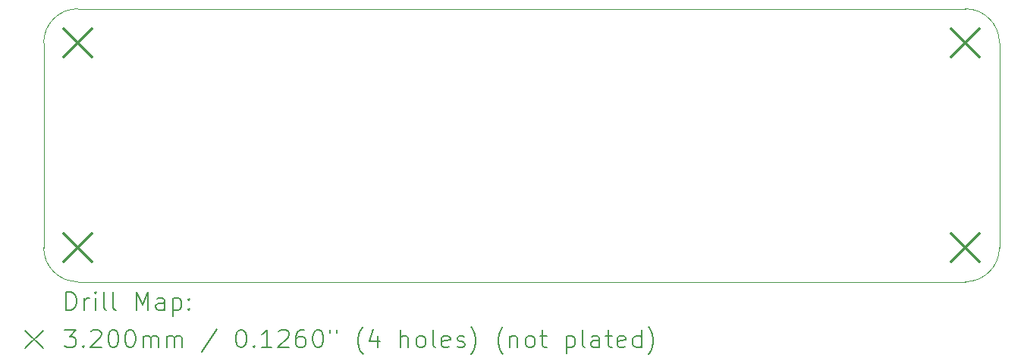
<source format=gbr>
%FSLAX45Y45*%
G04 Gerber Fmt 4.5, Leading zero omitted, Abs format (unit mm)*
G04 Created by KiCad (PCBNEW (6.0.0)) date 2022-03-13 21:01:22*
%MOMM*%
%LPD*%
G01*
G04 APERTURE LIST*
%TA.AperFunction,Profile*%
%ADD10C,0.100000*%
%TD*%
%ADD11C,0.200000*%
%ADD12C,0.320000*%
G04 APERTURE END LIST*
D10*
X8509000Y-4699000D02*
G75*
G03*
X8890000Y-5080000I381000J0D01*
G01*
X18796000Y-5080000D02*
X8890000Y-5080000D01*
X8890000Y-2032000D02*
X18796000Y-2032000D01*
X8890000Y-2032000D02*
G75*
G03*
X8509000Y-2413000I0J-381000D01*
G01*
X18796000Y-5080000D02*
G75*
G03*
X19177000Y-4699000I0J381000D01*
G01*
X19177000Y-2413000D02*
G75*
G03*
X18796000Y-2032000I-381000J0D01*
G01*
X19177000Y-2413000D02*
X19177000Y-4699000D01*
X8509000Y-4699000D02*
X8509000Y-2413000D01*
D11*
D12*
X8730000Y-2253000D02*
X9050000Y-2573000D01*
X9050000Y-2253000D02*
X8730000Y-2573000D01*
X8730000Y-4539000D02*
X9050000Y-4859000D01*
X9050000Y-4539000D02*
X8730000Y-4859000D01*
X18636000Y-2253000D02*
X18956000Y-2573000D01*
X18956000Y-2253000D02*
X18636000Y-2573000D01*
X18636000Y-4539000D02*
X18956000Y-4859000D01*
X18956000Y-4539000D02*
X18636000Y-4859000D01*
D11*
X8761619Y-5395476D02*
X8761619Y-5195476D01*
X8809238Y-5195476D01*
X8837810Y-5205000D01*
X8856857Y-5224048D01*
X8866381Y-5243095D01*
X8875905Y-5281190D01*
X8875905Y-5309762D01*
X8866381Y-5347857D01*
X8856857Y-5366905D01*
X8837810Y-5385952D01*
X8809238Y-5395476D01*
X8761619Y-5395476D01*
X8961619Y-5395476D02*
X8961619Y-5262143D01*
X8961619Y-5300238D02*
X8971143Y-5281190D01*
X8980667Y-5271667D01*
X8999714Y-5262143D01*
X9018762Y-5262143D01*
X9085429Y-5395476D02*
X9085429Y-5262143D01*
X9085429Y-5195476D02*
X9075905Y-5205000D01*
X9085429Y-5214524D01*
X9094952Y-5205000D01*
X9085429Y-5195476D01*
X9085429Y-5214524D01*
X9209238Y-5395476D02*
X9190190Y-5385952D01*
X9180667Y-5366905D01*
X9180667Y-5195476D01*
X9314000Y-5395476D02*
X9294952Y-5385952D01*
X9285429Y-5366905D01*
X9285429Y-5195476D01*
X9542571Y-5395476D02*
X9542571Y-5195476D01*
X9609238Y-5338333D01*
X9675905Y-5195476D01*
X9675905Y-5395476D01*
X9856857Y-5395476D02*
X9856857Y-5290714D01*
X9847333Y-5271667D01*
X9828286Y-5262143D01*
X9790190Y-5262143D01*
X9771143Y-5271667D01*
X9856857Y-5385952D02*
X9837810Y-5395476D01*
X9790190Y-5395476D01*
X9771143Y-5385952D01*
X9761619Y-5366905D01*
X9761619Y-5347857D01*
X9771143Y-5328810D01*
X9790190Y-5319286D01*
X9837810Y-5319286D01*
X9856857Y-5309762D01*
X9952095Y-5262143D02*
X9952095Y-5462143D01*
X9952095Y-5271667D02*
X9971143Y-5262143D01*
X10009238Y-5262143D01*
X10028286Y-5271667D01*
X10037810Y-5281190D01*
X10047333Y-5300238D01*
X10047333Y-5357381D01*
X10037810Y-5376429D01*
X10028286Y-5385952D01*
X10009238Y-5395476D01*
X9971143Y-5395476D01*
X9952095Y-5385952D01*
X10133048Y-5376429D02*
X10142571Y-5385952D01*
X10133048Y-5395476D01*
X10123524Y-5385952D01*
X10133048Y-5376429D01*
X10133048Y-5395476D01*
X10133048Y-5271667D02*
X10142571Y-5281190D01*
X10133048Y-5290714D01*
X10123524Y-5281190D01*
X10133048Y-5271667D01*
X10133048Y-5290714D01*
X8304000Y-5625000D02*
X8504000Y-5825000D01*
X8504000Y-5625000D02*
X8304000Y-5825000D01*
X8742571Y-5615476D02*
X8866381Y-5615476D01*
X8799714Y-5691667D01*
X8828286Y-5691667D01*
X8847333Y-5701190D01*
X8856857Y-5710714D01*
X8866381Y-5729762D01*
X8866381Y-5777381D01*
X8856857Y-5796428D01*
X8847333Y-5805952D01*
X8828286Y-5815476D01*
X8771143Y-5815476D01*
X8752095Y-5805952D01*
X8742571Y-5796428D01*
X8952095Y-5796428D02*
X8961619Y-5805952D01*
X8952095Y-5815476D01*
X8942571Y-5805952D01*
X8952095Y-5796428D01*
X8952095Y-5815476D01*
X9037810Y-5634524D02*
X9047333Y-5625000D01*
X9066381Y-5615476D01*
X9114000Y-5615476D01*
X9133048Y-5625000D01*
X9142571Y-5634524D01*
X9152095Y-5653571D01*
X9152095Y-5672619D01*
X9142571Y-5701190D01*
X9028286Y-5815476D01*
X9152095Y-5815476D01*
X9275905Y-5615476D02*
X9294952Y-5615476D01*
X9314000Y-5625000D01*
X9323524Y-5634524D01*
X9333048Y-5653571D01*
X9342571Y-5691667D01*
X9342571Y-5739286D01*
X9333048Y-5777381D01*
X9323524Y-5796428D01*
X9314000Y-5805952D01*
X9294952Y-5815476D01*
X9275905Y-5815476D01*
X9256857Y-5805952D01*
X9247333Y-5796428D01*
X9237810Y-5777381D01*
X9228286Y-5739286D01*
X9228286Y-5691667D01*
X9237810Y-5653571D01*
X9247333Y-5634524D01*
X9256857Y-5625000D01*
X9275905Y-5615476D01*
X9466381Y-5615476D02*
X9485429Y-5615476D01*
X9504476Y-5625000D01*
X9514000Y-5634524D01*
X9523524Y-5653571D01*
X9533048Y-5691667D01*
X9533048Y-5739286D01*
X9523524Y-5777381D01*
X9514000Y-5796428D01*
X9504476Y-5805952D01*
X9485429Y-5815476D01*
X9466381Y-5815476D01*
X9447333Y-5805952D01*
X9437810Y-5796428D01*
X9428286Y-5777381D01*
X9418762Y-5739286D01*
X9418762Y-5691667D01*
X9428286Y-5653571D01*
X9437810Y-5634524D01*
X9447333Y-5625000D01*
X9466381Y-5615476D01*
X9618762Y-5815476D02*
X9618762Y-5682143D01*
X9618762Y-5701190D02*
X9628286Y-5691667D01*
X9647333Y-5682143D01*
X9675905Y-5682143D01*
X9694952Y-5691667D01*
X9704476Y-5710714D01*
X9704476Y-5815476D01*
X9704476Y-5710714D02*
X9714000Y-5691667D01*
X9733048Y-5682143D01*
X9761619Y-5682143D01*
X9780667Y-5691667D01*
X9790190Y-5710714D01*
X9790190Y-5815476D01*
X9885429Y-5815476D02*
X9885429Y-5682143D01*
X9885429Y-5701190D02*
X9894952Y-5691667D01*
X9914000Y-5682143D01*
X9942571Y-5682143D01*
X9961619Y-5691667D01*
X9971143Y-5710714D01*
X9971143Y-5815476D01*
X9971143Y-5710714D02*
X9980667Y-5691667D01*
X9999714Y-5682143D01*
X10028286Y-5682143D01*
X10047333Y-5691667D01*
X10056857Y-5710714D01*
X10056857Y-5815476D01*
X10447333Y-5605952D02*
X10275905Y-5863095D01*
X10704476Y-5615476D02*
X10723524Y-5615476D01*
X10742571Y-5625000D01*
X10752095Y-5634524D01*
X10761619Y-5653571D01*
X10771143Y-5691667D01*
X10771143Y-5739286D01*
X10761619Y-5777381D01*
X10752095Y-5796428D01*
X10742571Y-5805952D01*
X10723524Y-5815476D01*
X10704476Y-5815476D01*
X10685429Y-5805952D01*
X10675905Y-5796428D01*
X10666381Y-5777381D01*
X10656857Y-5739286D01*
X10656857Y-5691667D01*
X10666381Y-5653571D01*
X10675905Y-5634524D01*
X10685429Y-5625000D01*
X10704476Y-5615476D01*
X10856857Y-5796428D02*
X10866381Y-5805952D01*
X10856857Y-5815476D01*
X10847333Y-5805952D01*
X10856857Y-5796428D01*
X10856857Y-5815476D01*
X11056857Y-5815476D02*
X10942571Y-5815476D01*
X10999714Y-5815476D02*
X10999714Y-5615476D01*
X10980667Y-5644048D01*
X10961619Y-5663095D01*
X10942571Y-5672619D01*
X11133048Y-5634524D02*
X11142571Y-5625000D01*
X11161619Y-5615476D01*
X11209238Y-5615476D01*
X11228286Y-5625000D01*
X11237809Y-5634524D01*
X11247333Y-5653571D01*
X11247333Y-5672619D01*
X11237809Y-5701190D01*
X11123524Y-5815476D01*
X11247333Y-5815476D01*
X11418762Y-5615476D02*
X11380667Y-5615476D01*
X11361619Y-5625000D01*
X11352095Y-5634524D01*
X11333048Y-5663095D01*
X11323524Y-5701190D01*
X11323524Y-5777381D01*
X11333048Y-5796428D01*
X11342571Y-5805952D01*
X11361619Y-5815476D01*
X11399714Y-5815476D01*
X11418762Y-5805952D01*
X11428286Y-5796428D01*
X11437809Y-5777381D01*
X11437809Y-5729762D01*
X11428286Y-5710714D01*
X11418762Y-5701190D01*
X11399714Y-5691667D01*
X11361619Y-5691667D01*
X11342571Y-5701190D01*
X11333048Y-5710714D01*
X11323524Y-5729762D01*
X11561619Y-5615476D02*
X11580667Y-5615476D01*
X11599714Y-5625000D01*
X11609238Y-5634524D01*
X11618762Y-5653571D01*
X11628286Y-5691667D01*
X11628286Y-5739286D01*
X11618762Y-5777381D01*
X11609238Y-5796428D01*
X11599714Y-5805952D01*
X11580667Y-5815476D01*
X11561619Y-5815476D01*
X11542571Y-5805952D01*
X11533048Y-5796428D01*
X11523524Y-5777381D01*
X11514000Y-5739286D01*
X11514000Y-5691667D01*
X11523524Y-5653571D01*
X11533048Y-5634524D01*
X11542571Y-5625000D01*
X11561619Y-5615476D01*
X11704476Y-5615476D02*
X11704476Y-5653571D01*
X11780667Y-5615476D02*
X11780667Y-5653571D01*
X12075905Y-5891667D02*
X12066381Y-5882143D01*
X12047333Y-5853571D01*
X12037809Y-5834524D01*
X12028286Y-5805952D01*
X12018762Y-5758333D01*
X12018762Y-5720238D01*
X12028286Y-5672619D01*
X12037809Y-5644048D01*
X12047333Y-5625000D01*
X12066381Y-5596428D01*
X12075905Y-5586905D01*
X12237809Y-5682143D02*
X12237809Y-5815476D01*
X12190190Y-5605952D02*
X12142571Y-5748809D01*
X12266381Y-5748809D01*
X12494952Y-5815476D02*
X12494952Y-5615476D01*
X12580667Y-5815476D02*
X12580667Y-5710714D01*
X12571143Y-5691667D01*
X12552095Y-5682143D01*
X12523524Y-5682143D01*
X12504476Y-5691667D01*
X12494952Y-5701190D01*
X12704476Y-5815476D02*
X12685428Y-5805952D01*
X12675905Y-5796428D01*
X12666381Y-5777381D01*
X12666381Y-5720238D01*
X12675905Y-5701190D01*
X12685428Y-5691667D01*
X12704476Y-5682143D01*
X12733048Y-5682143D01*
X12752095Y-5691667D01*
X12761619Y-5701190D01*
X12771143Y-5720238D01*
X12771143Y-5777381D01*
X12761619Y-5796428D01*
X12752095Y-5805952D01*
X12733048Y-5815476D01*
X12704476Y-5815476D01*
X12885428Y-5815476D02*
X12866381Y-5805952D01*
X12856857Y-5786905D01*
X12856857Y-5615476D01*
X13037809Y-5805952D02*
X13018762Y-5815476D01*
X12980667Y-5815476D01*
X12961619Y-5805952D01*
X12952095Y-5786905D01*
X12952095Y-5710714D01*
X12961619Y-5691667D01*
X12980667Y-5682143D01*
X13018762Y-5682143D01*
X13037809Y-5691667D01*
X13047333Y-5710714D01*
X13047333Y-5729762D01*
X12952095Y-5748809D01*
X13123524Y-5805952D02*
X13142571Y-5815476D01*
X13180667Y-5815476D01*
X13199714Y-5805952D01*
X13209238Y-5786905D01*
X13209238Y-5777381D01*
X13199714Y-5758333D01*
X13180667Y-5748809D01*
X13152095Y-5748809D01*
X13133048Y-5739286D01*
X13123524Y-5720238D01*
X13123524Y-5710714D01*
X13133048Y-5691667D01*
X13152095Y-5682143D01*
X13180667Y-5682143D01*
X13199714Y-5691667D01*
X13275905Y-5891667D02*
X13285428Y-5882143D01*
X13304476Y-5853571D01*
X13314000Y-5834524D01*
X13323524Y-5805952D01*
X13333048Y-5758333D01*
X13333048Y-5720238D01*
X13323524Y-5672619D01*
X13314000Y-5644048D01*
X13304476Y-5625000D01*
X13285428Y-5596428D01*
X13275905Y-5586905D01*
X13637809Y-5891667D02*
X13628286Y-5882143D01*
X13609238Y-5853571D01*
X13599714Y-5834524D01*
X13590190Y-5805952D01*
X13580667Y-5758333D01*
X13580667Y-5720238D01*
X13590190Y-5672619D01*
X13599714Y-5644048D01*
X13609238Y-5625000D01*
X13628286Y-5596428D01*
X13637809Y-5586905D01*
X13714000Y-5682143D02*
X13714000Y-5815476D01*
X13714000Y-5701190D02*
X13723524Y-5691667D01*
X13742571Y-5682143D01*
X13771143Y-5682143D01*
X13790190Y-5691667D01*
X13799714Y-5710714D01*
X13799714Y-5815476D01*
X13923524Y-5815476D02*
X13904476Y-5805952D01*
X13894952Y-5796428D01*
X13885428Y-5777381D01*
X13885428Y-5720238D01*
X13894952Y-5701190D01*
X13904476Y-5691667D01*
X13923524Y-5682143D01*
X13952095Y-5682143D01*
X13971143Y-5691667D01*
X13980667Y-5701190D01*
X13990190Y-5720238D01*
X13990190Y-5777381D01*
X13980667Y-5796428D01*
X13971143Y-5805952D01*
X13952095Y-5815476D01*
X13923524Y-5815476D01*
X14047333Y-5682143D02*
X14123524Y-5682143D01*
X14075905Y-5615476D02*
X14075905Y-5786905D01*
X14085428Y-5805952D01*
X14104476Y-5815476D01*
X14123524Y-5815476D01*
X14342571Y-5682143D02*
X14342571Y-5882143D01*
X14342571Y-5691667D02*
X14361619Y-5682143D01*
X14399714Y-5682143D01*
X14418762Y-5691667D01*
X14428286Y-5701190D01*
X14437809Y-5720238D01*
X14437809Y-5777381D01*
X14428286Y-5796428D01*
X14418762Y-5805952D01*
X14399714Y-5815476D01*
X14361619Y-5815476D01*
X14342571Y-5805952D01*
X14552095Y-5815476D02*
X14533048Y-5805952D01*
X14523524Y-5786905D01*
X14523524Y-5615476D01*
X14714000Y-5815476D02*
X14714000Y-5710714D01*
X14704476Y-5691667D01*
X14685428Y-5682143D01*
X14647333Y-5682143D01*
X14628286Y-5691667D01*
X14714000Y-5805952D02*
X14694952Y-5815476D01*
X14647333Y-5815476D01*
X14628286Y-5805952D01*
X14618762Y-5786905D01*
X14618762Y-5767857D01*
X14628286Y-5748809D01*
X14647333Y-5739286D01*
X14694952Y-5739286D01*
X14714000Y-5729762D01*
X14780667Y-5682143D02*
X14856857Y-5682143D01*
X14809238Y-5615476D02*
X14809238Y-5786905D01*
X14818762Y-5805952D01*
X14837809Y-5815476D01*
X14856857Y-5815476D01*
X14999714Y-5805952D02*
X14980667Y-5815476D01*
X14942571Y-5815476D01*
X14923524Y-5805952D01*
X14914000Y-5786905D01*
X14914000Y-5710714D01*
X14923524Y-5691667D01*
X14942571Y-5682143D01*
X14980667Y-5682143D01*
X14999714Y-5691667D01*
X15009238Y-5710714D01*
X15009238Y-5729762D01*
X14914000Y-5748809D01*
X15180667Y-5815476D02*
X15180667Y-5615476D01*
X15180667Y-5805952D02*
X15161619Y-5815476D01*
X15123524Y-5815476D01*
X15104476Y-5805952D01*
X15094952Y-5796428D01*
X15085428Y-5777381D01*
X15085428Y-5720238D01*
X15094952Y-5701190D01*
X15104476Y-5691667D01*
X15123524Y-5682143D01*
X15161619Y-5682143D01*
X15180667Y-5691667D01*
X15256857Y-5891667D02*
X15266381Y-5882143D01*
X15285428Y-5853571D01*
X15294952Y-5834524D01*
X15304476Y-5805952D01*
X15314000Y-5758333D01*
X15314000Y-5720238D01*
X15304476Y-5672619D01*
X15294952Y-5644048D01*
X15285428Y-5625000D01*
X15266381Y-5596428D01*
X15256857Y-5586905D01*
M02*

</source>
